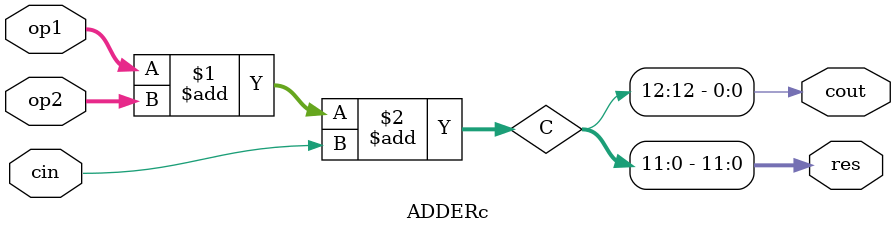
<source format=v>
module MAC_Unit(
    input [7:0] Activation, weight,
    input clk, rstn, en,
    input [1:0] ReducePrecLevel,
    output reg [2:0] count,
    output reg [15:0] PRODUCT,
    output reg [19:0] RESULT);

    // counter part
    always @(posedge clk, negedge rstn) begin
        if (rstn == 0)
            count = 0;
        else if (en == 1) begin
            count = count + 1;
        end
    end
    // logic minimized count signal (triger = 1 when last weight bit enter, done = 1 when first weight bit enter)
    assign trigger = count[0] & ((count[1]&ReducePrecLevel[0])|(count[2]&count[1])|(ReducePrecLevel[1]&~ReducePrecLevel[0]));
    assign done = ~count[0] & ((~count[1]&ReducePrecLevel[0])|(~count[2]&~count[1])|(ReducePrecLevel[1]&~ReducePrecLevel[0]));

    // calculate partial product
    wire Win = weight[count];
    wire [7:0] WA = {8{Win}} & Activation;

    // partial products summation
    wire [8:0] op1, op2;
    wire [7:0] WAprime = ~WA;
    genvar i;
    generate                    // op1: new partial product WA, if last PP, ~WA 
        for(i=0; i<8; i=i+1) begin
            MUX_2 mux (WA[i], WAprime[i], trigger, op1[i]);
        end
    endgenerate
    assign op1[8] = op1[7];     // sign extention

    wire [15:0] prevProduct = PRODUCT;
    wire [8:0] presum = {prevProduct[15], prevProduct[15:8]};
    generate                    // op2: accumulated partial products, if first PP, 0
        for(i=0; i<9; i=i+1) begin
            MUX_2 mux(presum[i], 1'b0, done, op2[i]);
        end
    endgenerate
    
    wire [8:0] partsumres;
    assign partsumres = op1 + op2 + trigger;
    // ADDER #(.size(9)) productACCUM (op1, op2, trigger, partsumres);

    // product result register
    wire [15:0] dPRODUCT = {partsumres, prevProduct[7:1]};  // 1bit shift right
    always @(posedge clk, negedge rstn) begin
        if (rstn == 0)
            PRODUCT <= 0;
        else if (en == 1)
            PRODUCT <= dPRODUCT;
    end

    // accumulator part (accumres = accold + accnew)
    wire [19:0] accold, accnew, accumres;
    assign accold = RESULT;
    assign accnew = {{4{PRODUCT[15]}}, PRODUCT};
    wire [2:1] CIN;
    wire [2:0] COUT;
    MUX_2 cin2control (COUT[1], 1'b0, ReducePrecLevel[1], CIN[2]);     // decide adder carry in
    MUX_2 cin1control (COUT[0], 1'b0, ReducePrecLevel[0], CIN[1]);

    ADDERc #(14) acc2 (accold[19:6], accnew[19:6], CIN[2], accumres[19:6], COUT[2]);
    ADDERc #(2) acc1 (accold[5:4], accnew[5:4], CIN[1], accumres[5:4], COUT[1]);
    ADDERc #(4) acc0 (accold[3:0], accnew[3:0], 0, accumres[3:0], COUT[0]);
        
    // accumulator register, update whenever product calculate done
    always @(negedge done, negedge rstn) begin
        if(rstn == 0)
            RESULT <= 0;
        else if (en == 1)
            RESULT <= accumres;
    end

endmodule

module MUX_2(
    input A, B, sel,
    output O);
    
    wire asp, bs, notsel;
    
    not(notsel, sel);
    nand(asp, A, notsel); 
    nand(bs, B, sel);
    nand(O, asp, bs);     
    
endmodule

module ADDERc(op1, op2, cin, res, cout);     // with carry out
    parameter size = 12;
    input [size-1:0] op1, op2;
    input cin;
    output [size-1:0] res;
    output cout;
    wire [size:0] C;

    assign C = op1 + op2 + cin;
    assign res = C[size-1:0];
    assign cout = C[size];

endmodule

</source>
